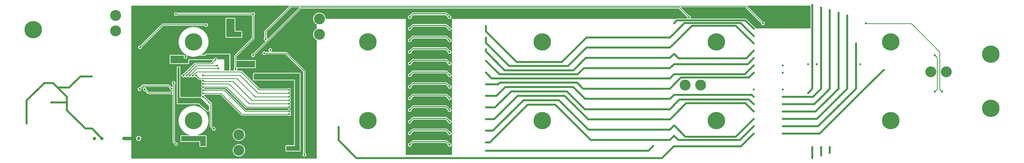
<source format=gbl>
%FSTAX23Y23*%
%MOIN*%
%SFA1B1*%

%IPPOS*%
%ADD13C,0.009843*%
%ADD96C,0.027559*%
%ADD99C,0.013780*%
%ADD100C,0.047244*%
%ADD101C,0.148031*%
%ADD102C,0.236220*%
%ADD103C,0.027559*%
%LNslave-1*%
%LPD*%
G36*
X07567Y0603D02*
X07235Y05698D01*
X07231Y05693*
X0723Y05687*
Y05599*
X07228Y05598*
X07223Y0559*
X07221Y0558*
X07223Y05571*
X07228Y05563*
X07236Y05558*
X07242Y05557*
X07244Y05551*
X07078Y05385*
X07076Y05386*
X07066Y05384*
X07059Y05379*
X07053Y05371*
X07051Y05362*
X07053Y05352*
X07059Y05344*
X07066Y05339*
X07076Y05337*
X07085Y05339*
X07093Y05344*
X07098Y05352*
X071Y05362*
X071Y05364*
X07732Y05996*
X12846*
X12962Y0588*
X12961Y05877*
X12963Y05868*
X12966Y05863*
X12964Y05859*
X12909*
X12818*
X12809Y05857*
X12805Y05854*
X09773*
Y04007*
X09147*
Y05854*
X0806*
X08058Y05856*
X08057Y05872*
X08052Y05888*
X08044Y05903*
X08034Y05916*
X08021Y05926*
X08006Y05934*
X0799Y05938*
X07974Y0594*
X07957Y05938*
X07942Y05934*
X0794Y05933*
X07938Y05932*
X07927Y05926*
X07914Y05916*
X07904Y05903*
X07896Y05888*
X07891Y05872*
X0789Y05856*
X07891Y05839*
X07896Y05824*
X07904Y05809*
X07914Y05796*
X07927Y05786*
X0794Y05778*
Y05723*
X07927Y05716*
X07914Y05705*
X07904Y05692*
X07896Y05678*
X07891Y05662*
X0789Y05646*
X07891Y05629*
X07896Y05613*
X07904Y05599*
X07914Y05586*
X07927Y05575*
X0794Y05568*
Y03956*
X05427*
Y04206*
X05324*
Y04253*
X05427*
Y06035*
X07565*
X07567Y0603*
G37*
G36*
X14633Y06031D02*
Y05854D01*
Y05726*
X13886*
X13885Y05727*
X13884Y05731*
X13879Y05739*
X13766Y05851*
X13759Y05857*
X13757Y05857*
X13749Y05859*
X13008*
X13005Y05863*
X13008Y05868*
X1301Y05877*
X13008Y05887*
X13003Y05895*
X12995Y059*
X12986Y05902*
X12983Y05901*
X12876Y06009*
X12877Y06014*
X13747*
X13899Y05862*
X13964Y05797*
X13963Y05795*
X13965Y05785*
X1397Y05777*
X13978Y05772*
X13988Y0577*
X13997Y05772*
X14005Y05777*
X1401Y05785*
X14012Y05795*
X1401Y05804*
X14005Y05812*
X13997Y05817*
X13988Y05819*
X13985Y05818*
X13947Y05857*
X13775Y06029*
X13777Y06034*
X14629Y06034*
X14633Y06031*
G37*
G36*
X07701Y06009D02*
X07275Y05582D01*
X07269Y05584*
X07268Y0559*
X07263Y05598*
X07261Y05599*
Y05681*
X07594Y06014*
X077*
X07701Y06009*
G37*
%LNslave-2*%
%LPC*%
G36*
X07076Y05947D02*
X07067Y05945D01*
X07059Y0594*
X07058Y05938*
X06048*
X06046Y0594*
X06038Y05945*
X06029Y05947*
X0602Y05945*
X06012Y0594*
X06007Y05932*
X06005Y05923*
X06007Y05913*
X06012Y05905*
X0602Y059*
X06029Y05898*
X06038Y059*
X06046Y05905*
X06048Y05907*
X07058*
X07059Y05905*
X07061Y05904*
Y05596*
X06827Y05362*
X06824Y05358*
X06823Y05352*
Y05191*
X06821Y0519*
X06816Y05182*
X06814Y05173*
X06816Y05163*
X0682Y05158*
X06817Y05153*
X06768*
Y0537*
X06767Y05374*
X06766Y05375*
X06764Y05379*
X06761Y05381*
X06757Y05382*
X06437*
X06433Y05381*
X06429Y05379*
X06427Y05375*
X06426Y05372*
Y05366*
X06398*
X06397Y05366*
X06396Y05366*
X06377*
X06375Y05371*
X06392Y05382*
X06412Y054*
X0643Y0542*
X06444Y05442*
X06456Y05465*
X06464Y0549*
X0647Y05516*
X06472Y05543*
X0647Y05569*
X06464Y05595*
X06456Y0562*
X06444Y05644*
X0643Y05666*
X06412Y05686*
X06392Y05703*
X0637Y05718*
X06347Y0573*
X06322Y05738*
X06296Y05743*
X06269Y05745*
X06243Y05743*
X06217Y05738*
X06192Y0573*
X06168Y05718*
X06146Y05703*
X06126Y05686*
X06109Y05666*
X06094Y05644*
X06082Y0562*
X06074Y05595*
X06069Y05569*
X06067Y05543*
X06069Y05516*
X06074Y0549*
X06082Y05465*
X06094Y05442*
X06109Y0542*
X06126Y054*
X06146Y05382*
X06168Y05368*
X06171Y05366*
X06172Y05365*
X06173Y05362*
Y0536*
X06171Y05356*
X0617Y05354*
X0617Y05353*
Y05352*
Y05352*
Y0535*
Y05349*
X0617Y05348*
Y05348*
X06171Y05346*
X06171Y05345*
X06174Y05341*
X06175Y05336*
X06174Y05331*
X06171Y05326*
X06166Y05323*
X06161Y05322*
X06156Y05324*
X06151Y05326*
X06148Y05331*
X06147Y05336*
X06148Y05341*
X06151Y05345*
X06151Y05346*
X06152Y05348*
Y05348*
X06152Y05349*
Y0535*
Y05352*
Y05352*
Y05353*
X06151Y05354*
X06151Y05356*
X06148Y05361*
X06148Y05362*
X06147Y05363*
X06146Y05363*
X06146Y05364*
X06145Y05364*
X06143Y05365*
X06143*
X06142Y05366*
X06141*
X06139Y05366*
X05954*
X0595Y05365*
X05947Y05363*
X05945Y0536*
X05944Y05356*
Y05253*
X05945Y0525*
X05947Y05246*
X0595Y05244*
X05954Y05243*
X06198*
X06202Y05244*
X06205Y05246*
X06208Y0525*
X06209Y05253*
Y05294*
X0653*
X06532Y0529*
X06501Y05259*
X06291*
X06285Y05258*
X0628Y05254*
X06134Y05108*
X06131Y05109*
X06122Y05107*
X06114Y05101*
X06109Y05094*
X06107Y05084*
X06109Y05075*
X06114Y05067*
X06122Y05062*
X06131Y0506*
X06141Y05062*
X06149Y05067*
X0615Y0507*
X06155*
X06157Y05067*
X06165Y05062*
X06174Y0506*
X06183Y05062*
X06191Y05067*
X06193Y0507*
X06198*
X062Y05067*
X06207Y05062*
X06217Y0506*
X06226Y05062*
X06234Y05067*
X06235Y0507*
X0624*
X06242Y05067*
X0625Y05062*
X06259Y0506*
X06269Y05062*
X06277Y05067*
X06279Y05071*
X06285*
X06288Y05067*
X06296Y05062*
X06305Y0506*
X06307Y05061*
X06334Y05034*
X06339Y05031*
X06345Y05029*
X06371*
X06374Y05024*
X06373Y05017*
X06375Y05008*
X0638Y05*
X06384Y04998*
Y04993*
X0638Y0499*
X06375Y04983*
X06373Y04973*
X06375Y04964*
X0638Y04956*
X06384Y04953*
Y04949*
X0638Y04946*
X06375Y04938*
X06373Y04929*
X06375Y0492*
X0638Y04912*
X06384Y04909*
Y04905*
X0638Y04902*
X06375Y04894*
X06373Y04885*
X06375Y04875*
X0638Y04868*
X06384Y04865*
Y04861*
X0638Y04858*
X06375Y0485*
X06373Y04841*
X06375Y04831*
X0638Y04824*
X06384Y04821*
Y04816*
X0638Y04814*
X06375Y04806*
X06373Y04797*
X06374Y04792*
X06369Y04789*
X06368Y0479*
X06364Y04791*
X0609*
Y05183*
X06091Y05185*
X0609Y05186*
Y05198*
X0609Y05202*
X06087Y05205*
X06084Y05208*
X0608Y05209*
X06068*
X06066Y05209*
X06065Y05209*
X06053*
X06049Y05208*
X06046Y05205*
X06043Y05202*
X06042Y05198*
Y05186*
X06042Y05185*
X06042Y05183*
Y04781*
Y04751*
X06042Y0475*
X06042Y04748*
Y04709*
X06043Y04707*
X06043Y04705*
X06044Y04703*
X06046Y04701*
X06049Y04698*
X06051Y04697*
X06052Y04696*
X06054Y04696*
X06056Y04695*
X06339Y04697*
X06441Y04602*
X06443Y04601*
X06444Y046*
X06445*
X06446Y046*
X06448Y046*
X06474*
X06478Y046*
X06481Y04603*
X06483Y04604*
X06488Y04602*
Y04401*
X06489Y04395*
X06493Y0439*
X06521Y04362*
X0652Y0436*
X06522Y0435*
X06527Y04342*
X06535Y04337*
X06545Y04335*
X06554Y04337*
X06562Y04342*
X06567Y0435*
X06569Y0436*
X06567Y04369*
X06562Y04377*
X06554Y04382*
X06545Y04384*
X06542Y04383*
X06519Y04407*
Y047*
X06518Y04706*
X06514Y04711*
X0642Y04806*
Y04806*
X06414Y04814*
X06411Y04816*
Y04821*
X06414Y04824*
X06416Y04825*
X06634*
X06912Y04548*
X06917Y04544*
X06923Y04543*
X07548*
X07549Y04541*
X07557Y04536*
X07566Y04534*
X07576Y04536*
X07584Y04541*
X07589Y04549*
X07591Y04559*
X07589Y04568*
X07584Y04576*
X07583Y04576*
X07582Y04582*
X07587Y04588*
X07589Y04598*
X07587Y04607*
X07582Y04615*
X07574Y0462*
X07564Y04622*
X07555Y0462*
X07547Y04615*
X07546Y04613*
X06978*
X06695Y04896*
X0669Y04899*
X06685Y049*
X06416*
X06414Y04902*
X06411Y04905*
Y04909*
X06414Y04912*
X06416Y04914*
X06706*
X06974Y04646*
X06979Y04643*
X06985Y04642*
X07544*
X07547Y04637*
X07555Y04631*
X07564Y04629*
X07574Y04631*
X07582Y04637*
X07587Y04644*
X07589Y04653*
X07587Y04663*
X07582Y04671*
X07576Y04674*
Y0468*
X07582Y04684*
X07587Y04692*
X07589Y04701*
X07587Y04711*
X07582Y04718*
X07576Y04722*
Y04728*
X07582Y04731*
X07587Y04739*
X07589Y04749*
X07587Y04758*
X07582Y04766*
X07576Y0477*
Y04775*
X07582Y04779*
X07587Y04787*
X07589Y04796*
X07587Y04805*
X07582Y04813*
X07576Y04817*
Y04823*
X07582Y04826*
X07587Y04834*
X07589Y04844*
X07587Y04853*
X07582Y04861*
X07576Y04864*
Y0487*
X07582Y04874*
X07587Y04882*
X07589Y04891*
X07587Y049*
X07582Y04908*
X07574Y04913*
X07564Y04915*
X07555Y04913*
X07547Y04908*
X07546Y04906*
X07165*
X06924Y05148*
X06919Y05151*
X06913Y05153*
X06859*
X06857Y05158*
X06861Y05163*
X06862Y05173*
X06861Y0518*
X06864Y05185*
X07102*
X07106Y05186*
X07109Y05188*
X07111Y05191*
X07112Y05195*
Y05285*
X07111Y05289*
X07109Y05292*
X07106Y05294*
X07102Y05295*
X06853*
Y05346*
X07087Y05579*
X0709Y05584*
X07092Y0559*
Y05904*
X07094Y05905*
X07099Y05913*
X07101Y05923*
X07099Y05932*
X07094Y0594*
X07086Y05945*
X07076Y05947*
G37*
G36*
X09694Y05942D02*
X09244D01*
X09237Y0594*
X09231Y05937*
X09198Y05904*
X09189Y05902*
X09181Y05897*
X09176Y05889*
X09174Y05879*
X09176Y0587*
X09181Y05862*
X09189Y05857*
X09198Y05855*
X09208Y05857*
X09216Y05862*
X09221Y0587*
X09223Y05879*
X09251Y05907*
X09687*
X09715Y05879*
X09717Y0587*
X09722Y05862*
X0973Y05857*
X0974Y05855*
X09749Y05857*
X09757Y05862*
X09762Y0587*
X09764Y05879*
X09762Y05889*
X09757Y05897*
X09749Y05902*
X0974Y05904*
X09707Y05937*
X09701Y0594*
X09694Y05942*
G37*
G36*
X0644Y05796D02*
X06431Y05794D01*
X0643Y05793*
X05853*
X05848Y05792*
X05843Y05788*
X05546Y05492*
X05544Y05492*
X05535Y0549*
X05527Y05485*
X05522Y05477*
X0552Y05468*
X05522Y05459*
X05527Y05451*
X05535Y05446*
X05544Y05444*
X05553Y05446*
X05561Y05451*
X05566Y05459*
X05568Y05468*
X05568Y0547*
X0586Y05762*
X06418*
Y05762*
X06423Y05754*
X06431Y05749*
X0644Y05747*
X0645Y05749*
X06458Y05754*
X06463Y05762*
X06465Y05771*
X06463Y05781*
X06458Y05788*
X0645Y05794*
X0644Y05796*
G37*
G36*
X09692Y05785D02*
X09244D01*
X09238Y05783*
X09232Y05779*
X09198Y05746*
X09189Y05744*
X09181Y05738*
X09176Y05731*
X09174Y05722*
X09176Y05712*
X09181Y05704*
X09189Y05699*
X09198Y05697*
X09208Y05699*
X09216Y05704*
X09221Y05712*
X09223Y05721*
X09251Y0575*
X09685*
X09715Y0572*
X09717Y05711*
X09722Y05703*
X0973Y05698*
X0974Y05696*
X09749Y05698*
X09757Y05703*
X09762Y05711*
X09764Y0572*
X09762Y05729*
X09757Y05737*
X09749Y05742*
X0974Y05744*
X09705Y05779*
X09699Y05783*
X09692Y05785*
G37*
G36*
X06824Y0587D02*
X06712D01*
X06708Y05869*
X06705Y05867*
X06703Y05864*
X06702Y0586*
Y0561*
X06703Y05606*
X06705Y05603*
X06708Y056*
X06712Y056*
X06919*
X06923Y056*
X06926Y05603*
X06928Y05606*
X06929Y0561*
Y05683*
X06928Y05687*
X06926Y0569*
X06923Y05692*
X06919Y05693*
X06835*
Y0586*
X06834Y05864*
X06831Y05867*
X06828Y05869*
X06824Y0587*
G37*
G36*
X09695Y05625D02*
X09243D01*
X09236Y05624*
X09231Y0562*
X09198Y05588*
X09189Y05586*
X09181Y05581*
X09176Y05573*
X09174Y05563*
X09176Y05554*
X09181Y05546*
X09189Y05541*
X09198Y05539*
X09208Y05541*
X09216Y05546*
X09221Y05554*
X09223Y05563*
X0925Y0559*
X09688*
X09715Y05563*
X09717Y05554*
X09722Y05546*
X0973Y05541*
X0974Y05539*
X09749Y05541*
X09757Y05546*
X09762Y05554*
X09764Y05563*
X09762Y05573*
X09757Y05581*
X09749Y05586*
X0974Y05588*
X09707Y0562*
X09702Y05624*
X09695Y05625*
G37*
G36*
X07311Y05457D02*
X07301Y05455D01*
X07293Y0545*
X07288Y05442*
X07286Y05433*
X07288Y05423*
X07293Y05415*
X07301Y0541*
X07304Y0541*
X07304Y05405*
X07244*
X07243Y05407*
X07235Y05412*
X07226Y05414*
X07216Y05412*
X07209Y05407*
X07203Y05399*
X07201Y05389*
X07203Y0538*
X07209Y05372*
X07216Y05367*
X07226Y05365*
X07235Y05367*
X07243Y05372*
X07244Y05374*
X07517*
X07756Y05135*
Y04025*
X07754Y04024*
X07749Y04016*
X07747Y04006*
X07749Y03997*
X07754Y03989*
X07762Y03984*
X07771Y03982*
X07781Y03984*
X07788Y03989*
X07794Y03997*
X07796Y04006*
X07794Y04016*
X07788Y04024*
X07787Y04025*
Y05141*
X07785Y05147*
X07782Y05152*
X07534Y054*
X07529Y05403*
X07523Y05405*
X07317*
X07317Y0541*
X0732Y0541*
X07328Y05415*
X07333Y05423*
X07335Y05433*
X07333Y05442*
X07328Y0545*
X0732Y05455*
X07311Y05457*
G37*
G36*
X09695Y05468D02*
X09243D01*
X09237Y05466*
X09231Y05462*
X09198Y0543*
X09189Y05428*
X09181Y05423*
X09176Y05415*
X09174Y05405*
X09176Y05396*
X09181Y05388*
X09189Y05383*
X09198Y05381*
X09208Y05383*
X09216Y05388*
X09221Y05396*
X09223Y05405*
X0925Y05433*
X09688*
X09715Y05405*
X09717Y05396*
X09722Y05388*
X0973Y05383*
X0974Y05381*
X09749Y05383*
X09757Y05388*
X09762Y05396*
X09764Y05405*
X09762Y05415*
X09757Y05423*
X09749Y05428*
X0974Y05429*
X09707Y05462*
X09701Y05466*
X09695Y05468*
G37*
G36*
X09694Y0531D02*
X09244D01*
X09237Y05309*
X09231Y05305*
X09198Y05272*
X09189Y0527*
X09181Y05264*
X09176Y05257*
X09174Y05248*
X09176Y05238*
X09181Y0523*
X09189Y05225*
X09198Y05223*
X09208Y05225*
X09216Y0523*
X09221Y05238*
X09223Y05247*
X09251Y05275*
X09687*
X09715Y05247*
X09717Y05238*
X09722Y0523*
X0973Y05225*
X0974Y05223*
X09749Y05225*
X09757Y0523*
X09762Y05238*
X09764Y05248*
X09762Y05257*
X09757Y05264*
X09749Y0527*
X0974Y05272*
X09707Y05305*
X09701Y05309*
X09694Y0531*
G37*
G36*
X09696Y05151D02*
X09242D01*
X09236Y05149*
X0923Y05146*
X09198Y05114*
X09189Y05112*
X09181Y05107*
X09176Y05099*
X09174Y05089*
X09176Y0508*
X09181Y05072*
X09189Y05067*
X09198Y05065*
X09208Y05067*
X09216Y05072*
X09221Y0508*
X09223Y05089*
X0925Y05116*
X09688*
X09715Y05089*
X09717Y0508*
X09722Y05072*
X0973Y05067*
X0974Y05065*
X09749Y05067*
X09757Y05072*
X09762Y0508*
X09764Y05089*
X09762Y05099*
X09757Y05107*
X09749Y05112*
X0974Y05114*
X09708Y05146*
X09702Y05149*
X09696Y05151*
G37*
G36*
X06Y0501D02*
X0599Y05008D01*
X05982Y05003*
X05977Y04995*
X05975Y04986*
X05977Y04976*
X05982Y04968*
X05984Y04967*
Y04931*
X0598Y04929*
X05979Y04929*
X0597Y04931*
X05968Y04931*
X05941Y04957*
X05937Y04961*
X05931Y04962*
X05582*
X05576Y04961*
X05572Y04957*
X05537Y04923*
X05535Y04924*
X05525Y04922*
X05518Y04916*
X05512Y04909*
X05511Y04899*
X05512Y0489*
X05518Y04882*
X05525Y04877*
X05535Y04875*
X05544Y04877*
X05552Y04882*
X05557Y0489*
X05559Y04899*
X05559Y04901*
X05588Y04931*
X05924*
X05946Y04909*
X05946Y04907*
X05948Y04898*
X05953Y0489*
X05961Y04885*
X0597Y04883*
X05979Y04885*
X0598Y04885*
X05984Y04883*
Y04872*
X0598Y0487*
X05979Y0487*
X0597Y04872*
X05961Y0487*
X05953Y04865*
X05951Y04863*
X05664*
X05631Y04897*
X05631Y04899*
X05629Y04909*
X05624Y04916*
X05616Y04922*
X05607Y04924*
X05598Y04922*
X0559Y04916*
X05585Y04909*
X05583Y04899*
X05585Y0489*
X0559Y04882*
X05598Y04877*
X05607Y04875*
X05609Y04875*
X05648Y04837*
X05652Y04834*
X05658Y04833*
X05951*
X05953Y04831*
X05961Y04825*
X0597Y04824*
X05979Y04825*
X0598Y04826*
X05984Y04824*
Y04187*
X05985Y04181*
X05989Y04176*
X06009Y04155*
X06009Y04153*
X06011Y04144*
X06016Y04136*
X06024Y04131*
X06033Y04129*
X06042Y04131*
X0605Y04136*
X06055Y04144*
X06057Y04153*
X06055Y04162*
X0605Y0417*
X06042Y04175*
X06033Y04177*
X06031Y04177*
X06015Y04193*
Y04967*
X06017Y04968*
X06022Y04976*
X06024Y04986*
X06022Y04995*
X06017Y05003*
X06009Y05008*
X06Y0501*
G37*
G36*
X09695Y04993D02*
X09243D01*
X09236Y04992*
X09231Y04988*
X09198Y04955*
X09189Y04954*
X09181Y04948*
X09176Y0494*
X09174Y04931*
X09176Y04922*
X09181Y04914*
X09189Y04909*
X09198Y04907*
X09208Y04909*
X09216Y04914*
X09221Y04922*
X09223Y04931*
X0925Y04959*
X09688*
X09715Y04931*
X09717Y04922*
X09722Y04914*
X0973Y04909*
X0974Y04907*
X09749Y04909*
X09757Y04914*
X09762Y04922*
X09764Y04931*
X09762Y0494*
X09757Y04948*
X09749Y04954*
X0974Y04955*
X09707Y04988*
X09702Y04992*
X09695Y04993*
G37*
G36*
X09695Y04836D02*
X09243D01*
X09237Y04834*
X09231Y04831*
X09198Y04798*
X09189Y04796*
X09181Y0479*
X09176Y04783*
X09174Y04774*
X09176Y04764*
X09181Y04756*
X09189Y04751*
X09198Y04749*
X09208Y04751*
X09216Y04756*
X09221Y04764*
X09223Y04773*
X09251Y04801*
X09687*
X09715Y04773*
X09717Y04764*
X09722Y04756*
X0973Y04751*
X0974Y04749*
X09749Y04751*
X09757Y04756*
X09762Y04764*
X09764Y04774*
X09762Y04783*
X09757Y0479*
X09749Y04796*
X0974Y04798*
X09707Y04831*
X09701Y04834*
X09695Y04836*
G37*
G36*
X09694Y04678D02*
X09244D01*
X09237Y04677*
X09232Y04673*
X09198Y0464*
X09189Y04638*
X09181Y04633*
X09176Y04625*
X09174Y04615*
X09176Y04606*
X09181Y04598*
X09189Y04593*
X09198Y04591*
X09208Y04593*
X09216Y04598*
X09221Y04606*
X09223Y04615*
X09251Y04644*
X09687*
X09715Y04615*
X09717Y04606*
X09722Y04598*
X0973Y04593*
X0974Y04591*
X09749Y04593*
X09757Y04598*
X09762Y04606*
X09764Y04615*
X09762Y04625*
X09757Y04633*
X09749Y04638*
X0974Y0464*
X09706Y04673*
X09701Y04677*
X09694Y04678*
G37*
G36*
X09695Y04521D02*
X09244D01*
X09238Y04519*
X09232Y04516*
X09198Y04481*
X09189Y0448*
X09181Y04474*
X09176Y04466*
X09174Y04457*
X09176Y04448*
X09181Y0444*
X09189Y04435*
X09198Y04433*
X09208Y04435*
X09216Y0444*
X09221Y04448*
X09223Y04457*
X09251Y04486*
X09687*
X09715Y04457*
X09717Y04448*
X09722Y0444*
X0973Y04435*
X0974Y04433*
X09749Y04435*
X09757Y0444*
X09762Y04448*
X09764Y04457*
X09762Y04466*
X09757Y04474*
X09749Y0448*
X0974Y04481*
X09709Y04512*
X09707Y04516*
X09701Y04519*
X09695Y04521*
G37*
G36*
Y04361D02*
X09243D01*
X09237Y0436*
X09231Y04356*
X09198Y04324*
X09189Y04322*
X09181Y04316*
X09176Y04309*
X09174Y04299*
X09176Y0429*
X09181Y04282*
X09189Y04277*
X09198Y04275*
X09208Y04277*
X09216Y04282*
X09221Y0429*
X09223Y04299*
X0925Y04327*
X09688*
X09715Y04299*
X09717Y0429*
X09722Y04282*
X0973Y04277*
X0974Y04275*
X09749Y04277*
X09757Y04282*
X09762Y0429*
X09764Y04299*
X09762Y04309*
X09757Y04316*
X09749Y04322*
X0974Y04324*
X09707Y04356*
X09701Y0436*
X09695Y04361*
G37*
G36*
X05525Y04264D02*
X05516Y04262D01*
X05508Y04259*
X05501Y04254*
X05496Y04247*
X05492Y04238*
X05491Y0423*
X05492Y04221*
X05496Y04213*
X05501Y04206*
X05508Y042*
X05516Y04197*
X05525Y04196*
X05534Y04197*
X05542Y042*
X05549Y04206*
X05555Y04213*
X05558Y04221*
X05559Y0423*
X05558Y04238*
X05555Y04247*
X05549Y04254*
X05542Y04259*
X05534Y04262*
X05525Y04264*
G37*
G36*
X06883Y04363D02*
X06867Y04361D01*
X06851Y04357*
X06837Y04349*
X06824Y04338*
X06813Y04325*
X06805Y04311*
X06801Y04295*
X06799Y04279*
X06801Y04262*
X06805Y04246*
X06813Y04232*
X06824Y04219*
X06837Y04209*
X06851Y04201*
X06867Y04196*
X06883Y04194*
X069Y04196*
X06916Y04201*
X0693Y04209*
X06943Y04219*
X06953Y04232*
X06961Y04246*
X06966Y04262*
X06968Y04279*
X06966Y04295*
X06961Y04311*
X06953Y04325*
X06943Y04338*
X0693Y04349*
X06916Y04357*
X069Y04361*
X06883Y04363*
G37*
G36*
X09694Y04204D02*
X09244D01*
X09237Y04202*
X09231Y04199*
X09198Y04166*
X09189Y04164*
X09181Y04159*
X09176Y04151*
X09174Y04141*
X09176Y04132*
X09181Y04124*
X09189Y04119*
X09198Y04117*
X09208Y04119*
X09216Y04124*
X09221Y04132*
X09223Y04141*
X09251Y04169*
X09687*
X09715Y04141*
X09717Y04132*
X09722Y04124*
X0973Y04119*
X0974Y04117*
X09749Y04119*
X09757Y04124*
X09762Y04132*
X09764Y04141*
X09762Y04151*
X09757Y04159*
X09749Y04164*
X0974Y04166*
X09707Y04199*
X09701Y04202*
X09694Y04204*
G37*
G36*
X06269Y04674D02*
X06243Y04672D01*
X06217Y04667*
X06192Y04659*
X06168Y04647*
X06146Y04633*
X06126Y04615*
X06109Y04595*
X06094Y04573*
X06082Y0455*
X06074Y04524*
X06069Y04498*
X06067Y04472*
X06069Y04446*
X06074Y0442*
X06082Y04394*
X06094Y04371*
X06109Y04349*
X06126Y04329*
X06146Y04311*
X06168Y04297*
X06192Y04285*
X06217Y04277*
X06217*
X06217Y04272*
X06102*
X06098Y04271*
X06095Y04268*
X06092Y04265*
X06092Y04261*
Y04192*
X06092Y04188*
X06095Y04185*
X06098Y04183*
X06102Y04182*
X06348*
Y04125*
X06348Y04121*
X06351Y04117*
X06354Y04115*
X06358Y04114*
X06437*
X0644Y04115*
X06444Y04117*
X06446Y04121*
X06447Y04125*
Y04259*
X06446Y04263*
X06445Y04265*
X06443Y04268*
X0644Y04271*
X06436Y04272*
X06322*
X06321Y04277*
X06322*
X06347Y04285*
X0637Y04297*
X06392Y04311*
X06412Y04329*
X0643Y04349*
X06444Y04371*
X06456Y04394*
X06464Y0442*
X0647Y04446*
X06472Y04472*
X0647Y04498*
X06464Y04524*
X06456Y0455*
X06444Y04573*
X0643Y04595*
X06412Y04615*
X06392Y04633*
X0637Y04647*
X06347Y04659*
X06322Y04667*
X06296Y04672*
X06269Y04674*
G37*
G36*
X07708Y05122D02*
X07086D01*
X07082Y05121*
X07079Y05119*
X07077Y05115*
X07076Y05111*
Y05029*
X07077Y05025*
X07079Y05022*
X07082Y0502*
X07086Y05019*
X07633*
Y04138*
X07525*
X07521Y04137*
X07518Y04135*
X07516Y04131*
X07515Y04127*
Y04062*
X07516Y04059*
X07518Y04055*
X07521Y04053*
X07525Y04052*
X07675*
X07708*
X07712Y04053*
X07715Y04055*
X07718Y04059*
X07718Y04062*
Y04124*
Y05111*
X07718Y05115*
X07715Y05119*
X07712Y05121*
X07708Y05122*
G37*
G36*
X06883Y04153D02*
X06867Y04151D01*
X06851Y04146*
X06837Y04138*
X06824Y04128*
X06813Y04115*
X06805Y04101*
X06801Y04085*
X06799Y04068*
X06801Y04052*
X06805Y04036*
X06813Y04022*
X06824Y04009*
X06837Y03998*
X06851Y0399*
X06867Y03986*
X06883Y03984*
X069Y03986*
X06916Y0399*
X0693Y03998*
X06943Y04009*
X06953Y04022*
X06961Y04036*
X06966Y04052*
X06968Y04068*
X06966Y04085*
X06961Y04101*
X06953Y04115*
X06943Y04128*
X0693Y04138*
X06916Y04146*
X069Y04151*
X06883Y04153*
G37*
%LNslave-3*%
%LPD*%
G36*
X06757Y0537D02*
Y05153D01*
X06685*
Y05305*
X06593*
X06591Y05314*
X06586Y05322*
X06578Y05327*
X06569Y05329*
X06559Y05327*
X06551Y05322*
X06546Y05314*
X06544Y05305*
X06198*
Y05253*
X05954*
Y05356*
X06139*
X06142Y05351*
X06138Y05346*
X06137Y05336*
X06138Y05327*
X06144Y05319*
X06151Y05314*
X06161Y05312*
X0617Y05314*
X06178Y05319*
X06183Y05327*
X06185Y05336*
X06183Y05346*
X0618Y05351*
X06183Y05356*
X06192*
X06217Y05348*
X06243Y05342*
X06269Y0534*
X06296Y05342*
X06322Y05348*
X06346Y05356*
X06437*
Y05372*
X06757*
X06757Y0537*
G37*
G36*
X07102Y05195D02*
X06853D01*
Y05285*
X07102*
Y05195*
G37*
G36*
X0608Y04781D02*
X06364D01*
X06478Y04667*
Y04613*
X06474Y0461*
X06448*
X06343Y04707*
X06056Y04705*
X06053Y04709*
Y04781*
Y05198*
X0608*
Y04781*
G37*
G36*
X06824Y05683D02*
X06919D01*
Y0561*
X06712*
Y0586*
X06824*
Y05683*
G37*
G36*
X06437Y04259D02*
Y04125D01*
X06358*
Y04192*
X06102*
Y04261*
X06436*
X06437Y04259*
G37*
G36*
X07708Y04124D02*
D01*
Y04062*
X07675*
X07525*
Y04127*
X07643*
Y05029*
X07086*
Y05111*
X07708*
Y04124*
G37*
G54D13*
X05658Y04848D02*
X0597D01*
X05607Y04899D02*
X05658Y04848D01*
X16383Y04899D02*
Y05407D01*
X15998Y05793D02*
X16383Y05407D01*
X15383Y05793D02*
X15998D01*
X16317Y05361D02*
X1635Y05328D01*
Y04899D02*
Y05328D01*
X16317Y04866D02*
X1635Y04899D01*
X06685Y04885D02*
X06972Y04598D01*
X07564*
X07771Y04006D02*
Y05141D01*
X06985Y04657D02*
X07564D01*
X06712Y04929D02*
X06985Y04657D01*
X07523Y05389D02*
X07771Y05141D01*
X07022Y04701D02*
X07564D01*
X0675Y04973D02*
X07022Y04701D01*
X05853Y05778D02*
X06434D01*
X05544Y05468D02*
X05853Y05778D01*
X07076Y0559D02*
Y05923D01*
X06838Y05352D02*
X07076Y0559D01*
X07587Y06029D02*
X13753D01*
X07246Y05687D02*
X07587Y06029D01*
X13753D02*
X13988Y05795D01*
X16383Y04899D02*
X16417Y04866D01*
X12852Y06011D02*
X12986Y05877D01*
X07725Y06011D02*
X12852D01*
X07059Y04749D02*
X07564D01*
X06803Y05005D02*
X07059Y04749D01*
X07103Y04796D02*
X07564D01*
X06855Y05045D02*
X07103Y04796D01*
X06345Y05045D02*
X06855D01*
X06397Y04973D02*
X0675D01*
X06901Y05084D02*
X07142Y04844D01*
X07564*
X0664Y04841D02*
X06923Y04559D01*
X07566*
X07246Y0558D02*
Y05687D01*
X07076Y05362D02*
X07725Y06011D01*
X06838Y05173D02*
Y05352D01*
X06508Y05244D02*
X06569Y05305D01*
X06291Y05244D02*
X06508D01*
X06308Y05218D02*
X0659D01*
X06174Y05084D02*
X06308Y05218D01*
X06312Y05137D02*
X06913D01*
X06315Y05183D02*
X06606D01*
X06397Y05084D02*
X06901D01*
X06217D02*
X06315Y05183D01*
X06131Y05084D02*
X06291Y05244D01*
X06407Y04797D02*
X06503Y047D01*
Y04401D02*
Y047D01*
Y04401D02*
X06545Y0436D01*
X15381Y05795D02*
X15383Y05793D01*
X06434Y05778D02*
X0644Y05771D01*
X07226Y05389D02*
X07523D01*
X06397Y04841D02*
X0664D01*
X06409Y05005D02*
X06803D01*
X07159Y04891D02*
X07564D01*
X06913Y05137D02*
X07159Y04891D01*
X06259Y05084D02*
X06312Y05137D01*
X06397Y04885D02*
X06685D01*
X06397Y04929D02*
X06712D01*
X06397Y04797D02*
X06407D01*
X06397Y05017D02*
X06409Y05005D01*
X06029Y05923D02*
X07076D01*
X06305Y05084D02*
X06345Y05045D01*
X06Y04187D02*
X06033Y04153D01*
X06Y04187D02*
Y04986D01*
X05931Y04946D02*
X0597Y04907D01*
X05582Y04946D02*
X05931D01*
X05535Y04899D02*
X05582Y04946D01*
G54D96*
X04551Y04613D02*
X04801Y04364D01*
X04551Y04613D02*
Y0472D01*
Y04796*
X0434Y0472D02*
X04551D01*
X04425Y04922D02*
X04551Y04796D01*
X04734Y05072D02*
X04889D01*
X04583Y04922D02*
X04734Y05072D01*
X04425Y04922D02*
X04583D01*
X04891Y04364D02*
X05025Y0423D01*
X04801Y04364D02*
X04891D01*
X04366Y04982D02*
X04425Y04922D01*
X04244Y04982D02*
X04366D01*
X11417Y04929D02*
X11576Y04769D01*
X10496Y04929D02*
X11417D01*
X10376Y04809D02*
X10496Y04929D01*
X10419Y04988D02*
X11469D01*
X10398Y04967D02*
X10419Y04988D01*
X10232Y04967D02*
X10398D01*
X08234Y04205D02*
Y04387D01*
X14893Y04905D02*
Y05974D01*
X14834Y04846D02*
X14893Y04905D01*
X04005Y04744D02*
X04244Y04982D01*
X04005Y04431D02*
Y04744D01*
X08477Y03962D02*
X12618D01*
X08234Y04205D02*
X08477Y03962D01*
X15188Y04846D02*
X1525Y04907D01*
Y05523*
X12436Y04062D02*
X12498Y04125D01*
X10232Y04062D02*
X12436D01*
X12726Y0421D02*
X12781Y04265D01*
X11651Y0421D02*
X12726D01*
X11171Y0469D02*
X11651Y0421D01*
X10799Y0469D02*
X11171D01*
X10285Y04177D02*
X10799Y0469D01*
X10232Y04177D02*
X10285D01*
X12727Y0435D02*
X12781Y04404D01*
X11622Y0435D02*
X12727D01*
X11222Y0475D02*
X11622Y0435D01*
X10742Y0475D02*
X11222D01*
X10327Y04335D02*
X10742Y0475D01*
X10232Y04335D02*
X10327D01*
X12728Y0449D02*
X12781Y04543D01*
X1162Y0449D02*
X12728D01*
X113Y04809D02*
X1162Y0449D01*
X10663Y04809D02*
X113D01*
X10347Y04493D02*
X10663Y04809D01*
X10232Y04493D02*
X10347D01*
X12726Y04627D02*
X12781Y04683D01*
X11572Y04627D02*
X12726D01*
X1133Y0487D02*
X11572Y04627D01*
X10574Y0487D02*
X1133D01*
X10355Y04651D02*
X10574Y0487D01*
X10232Y04651D02*
X10355D01*
X12726Y04907D02*
X12781Y04962D01*
X1155Y04907D02*
X12726D01*
X11469Y04988D02*
X1155Y04907D01*
X12728Y04769D02*
X12781Y04822D01*
X11576Y04769D02*
X12728D01*
X10232Y04809D02*
X10376D01*
X12726Y05047D02*
X12781Y05102D01*
X1031Y05047D02*
X12726D01*
X10232Y05125D02*
X1031Y05047D01*
X12727Y05187D02*
X12781Y0524D01*
X11559Y05187D02*
X12727D01*
X11474Y05102D02*
X11559Y05187D01*
X10417Y05102D02*
X11474D01*
X10236Y05283D02*
X10417Y05102D01*
X10232Y05283D02*
X10236D01*
X12726Y05324D02*
X12781Y05379D01*
X11586Y05324D02*
X12726D01*
X11419Y05157D02*
X11586Y05324D01*
X10486Y05157D02*
X11419D01*
X10232Y05411D02*
X10486Y05157D01*
X10232Y05411D02*
Y05441D01*
X12727Y05464D02*
X12781Y05518D01*
X11596Y05464D02*
X12727D01*
X11346Y05214D02*
X11596Y05464D01*
X10547Y05214D02*
X11346D01*
X10232Y05529D02*
X10547Y05214D01*
X10232Y05529D02*
Y05599D01*
X12726Y05602D02*
X12781Y05657D01*
X11596Y05602D02*
X12726D01*
X11263Y05269D02*
X11596Y05602D01*
X10649Y05269D02*
X11263D01*
X10232Y05687D02*
X10649Y05269D01*
X10232Y05687D02*
Y05757D01*
X12781Y05797D02*
X12818Y05834D01*
X12778Y04122D02*
X12781D01*
X12618Y03962D02*
X12778Y04122D01*
X12781D02*
X1369D01*
X12781Y04265D02*
X12838Y04208D01*
X12781Y04404D02*
X12784D01*
X12937Y04251*
X12781Y04543D02*
X12943Y04705D01*
Y04708*
X12781Y04683D02*
Y04686D01*
X12855Y04759*
X13828Y04822D02*
X13831Y04825D01*
X12781Y04822D02*
X13828D01*
X12781Y04962D02*
Y04965D01*
X12874Y05059*
X12781Y05102D02*
X13742D01*
X12781Y0524D02*
X13781D01*
X12781Y05379D02*
X12784D01*
X12843Y0532*
X12781Y05518D02*
X13026Y05763D01*
X13078*
X12781Y05657D02*
X12923Y05799D01*
X12996*
X12818Y05834D02*
X12909D01*
X13078Y05763D02*
X1362D01*
X12909Y05834D02*
X13749D01*
X13862Y05722*
X1362Y05763D02*
X13862Y05522D01*
X14775Y03998D02*
Y04112D01*
X14657Y03962D02*
Y04112D01*
X14893Y04033D02*
Y04112D01*
X1369Y04122D02*
X13862Y04295D01*
X13675Y04208D02*
X13862Y04395D01*
X12838Y04208D02*
X13675D01*
X12937Y04251D02*
X13618D01*
X13862Y04495*
X13748Y04708D02*
X13862Y04595D01*
X12943Y04708D02*
X13748D01*
X13797Y04759D02*
X13862Y04695D01*
X12855Y04759D02*
X13797D01*
X13831Y04825D02*
X13862Y04795D01*
X13799Y05059D02*
X13862Y05122D01*
X12874Y05059D02*
X13799D01*
X13742Y05102D02*
X13862Y05222D01*
X13781Y0524D02*
X13862Y05322D01*
X12843Y0532D02*
X13761D01*
X13862Y05422*
X13685Y05799D02*
X13862Y05622D01*
X12996Y05799D02*
X13685D01*
X15307Y04846D02*
X15624Y05163D01*
X14598Y04846D02*
X14657Y04905D01*
X1507Y04846D02*
X15129Y04905D01*
Y05903*
X14952Y04846D02*
X15011Y04905D01*
Y05938*
X14716Y04846D02*
X14775Y04905D01*
Y06009*
X14657Y04905D02*
Y06045D01*
X14255Y04294D02*
X14755D01*
X14255Y04394D02*
X14737D01*
X14718Y04494D02*
X1507Y04846D01*
X14255Y04494D02*
X14718D01*
X147Y04594D02*
X14952Y04846D01*
X14255Y04594D02*
X147D01*
X14682Y04694D02*
X14834Y04846D01*
X14255Y04694D02*
X14682D01*
X14664Y04794D02*
X14716Y04846D01*
X14255Y04794D02*
X14664D01*
X14737Y04394D02*
X15188Y04846D01*
X14755Y04294D02*
X15307Y04846D01*
G54D99*
X09244Y04187D02*
X09694D01*
X09198Y04141D02*
X09244Y04187D01*
X09694D02*
X0974Y04141D01*
X09695Y04344D02*
X0974Y04299D01*
X09243Y04344D02*
X09695D01*
X09198Y04299D02*
X09243Y04344D01*
X09695Y04502D02*
X0974Y04457D01*
X09695Y04502D02*
Y04503D01*
X09244D02*
X09695D01*
X09198Y04457D02*
X09244Y04503D01*
X09694Y04661D02*
X0974Y04615D01*
X09244Y04661D02*
X09694D01*
X09198Y04615D02*
X09244Y04661D01*
X09695Y04818D02*
X0974Y04774D01*
X09243Y04818D02*
X09695D01*
X09198Y04774D02*
X09243Y04818D01*
X09695Y04976D02*
X0974Y04931D01*
X09243Y04976D02*
X09695D01*
X09198Y04931D02*
X09243Y04976D01*
X09696Y05133D02*
X0974Y05089D01*
X09242Y05133D02*
X09696D01*
X09198Y05089D02*
X09242Y05133D01*
X09694Y05293D02*
X0974Y05248D01*
X09244Y05293D02*
X09694D01*
X09198Y05248D02*
X09244Y05293D01*
X09695Y0545D02*
X0974Y05405D01*
X09243Y0545D02*
X09695D01*
X09198Y05405D02*
X09243Y0545D01*
X09695Y05608D02*
X0974Y05563D01*
X09243Y05608D02*
X09695D01*
X09198Y05563D02*
X09243Y05608D01*
X09692Y05767D02*
X0974Y0572D01*
X09244Y05767D02*
X09692D01*
X09198Y05722D02*
X09244Y05767D01*
X09694Y05925D02*
X0974Y05879D01*
X09244Y05925D02*
X09694D01*
X09198Y05879D02*
X09244Y05925D01*
G54D100*
X05525Y0423D03*
X05325D03*
X05025D03*
X04925D03*
G54D101*
X13141Y04956D03*
X12931D03*
X06883Y04068D03*
Y04279D03*
X16262Y05137D03*
X16472D03*
X05212Y05903D03*
Y05693D03*
X07974Y05646D03*
Y05856D03*
G54D102*
X13356Y04472D03*
X15718D03*
X17076Y05375D03*
X15718Y05543D03*
X13356D03*
X10994D03*
X08631D03*
X06269D03*
X04094Y05708D03*
X06269Y04472D03*
X08631D03*
X10994D03*
X17076Y04639D03*
G54D103*
X04551Y0472D03*
X04889Y05072D03*
X04425Y04922D03*
X0434Y0472D03*
X14257Y05849D03*
X08234Y04387D03*
X06856Y05842D03*
X06146Y04905D03*
X05607Y04899D03*
X05962Y04572D03*
X05793Y05549D03*
X07564Y04598D03*
X06582Y04559D03*
X05447Y04797D03*
X04244Y04982D03*
X05505Y04562D03*
X05454Y05073D03*
X05525Y04017D03*
X05486D03*
X05567D03*
X05486Y04057D03*
X05525D03*
X05567D03*
X07885Y05057D03*
Y05099D03*
Y05138D03*
X07771Y04006D03*
X07564Y04653D03*
X07846Y05057D03*
Y05138D03*
Y05099D03*
X1525Y05523D03*
X06307Y0493D03*
X0619Y04818D03*
X07214Y04956D03*
X07277Y05509D03*
X07128Y05549D03*
X06946Y05552D03*
X07015Y05738D03*
X05917Y04876D03*
X07553Y05937D03*
X07446Y0439D03*
X16317Y05361D03*
Y04866D03*
X13125Y05877D03*
X12889D03*
X12986D03*
X06161Y05336D03*
X07425Y04627D03*
X05946Y0398D03*
Y04142D03*
X07468Y05258D03*
X0736Y04933D03*
X05468Y05466D03*
X07564Y04749D03*
Y04796D03*
X07566Y04559D03*
X07446Y04496D03*
X05445Y04923D03*
X06887Y05647D03*
X06767Y05818D03*
X07246Y0558D03*
X05544Y05468D03*
X06874Y05251D03*
X07068Y05226D03*
X06569Y05305D03*
X0659Y05218D03*
X06606Y05183D03*
X05984Y05284D03*
X06397Y05342D03*
X06838Y05173D03*
X06789D03*
X07076Y05362D03*
X06726Y05173D03*
X06453Y04635D03*
X06066Y05185D03*
Y0475D03*
X13988Y05795D03*
X15381D03*
X16417Y04866D03*
X0644Y05771D03*
X07311Y05433D03*
X07226Y05389D03*
X06401Y04175D03*
X06144Y0423D03*
X07572Y04095D03*
X07679Y0496D03*
X07362Y05072D03*
X07143Y05081D03*
X12498Y04125D03*
X10232Y04062D03*
Y04177D03*
Y04335D03*
Y04493D03*
Y04651D03*
Y04809D03*
Y04967D03*
Y05125D03*
Y05283D03*
Y05441D03*
Y05599D03*
Y05757D03*
X0974Y04141D03*
Y04299D03*
Y04457D03*
Y04615D03*
Y04774D03*
Y04931D03*
Y05089D03*
Y05248D03*
Y05405D03*
Y05563D03*
Y0572D03*
Y05879D03*
X09602D03*
Y04141D03*
Y04299D03*
Y04457D03*
Y04615D03*
Y04774D03*
Y04931D03*
Y05089D03*
Y05248D03*
Y05405D03*
Y05563D03*
Y05722D03*
X09198Y04141D03*
Y04299D03*
Y04457D03*
Y04615D03*
Y04774D03*
Y04931D03*
Y05089D03*
Y05248D03*
Y05405D03*
Y05563D03*
Y05722D03*
Y05879D03*
X04005Y04431D03*
X07564Y04701D03*
X06397Y05017D03*
Y04929D03*
Y04841D03*
Y04885D03*
Y04973D03*
Y04797D03*
X06545Y0436D03*
X07076Y05923D03*
X06029D03*
X06217Y05084D03*
X06259D03*
X06174D03*
X06033Y04153D03*
X06Y04986D03*
X06131Y05084D03*
X07564Y04844D03*
Y04891D03*
X06397Y05084D03*
X06305D03*
X0597Y04848D03*
Y04907D03*
X05535Y04899D03*
X14775Y03998D03*
X14657Y03962D03*
X12781Y04122D03*
Y04265D03*
Y04404D03*
Y04543D03*
Y04683D03*
Y04822D03*
Y04962D03*
Y05102D03*
Y0524D03*
Y05379D03*
Y05518D03*
Y05657D03*
Y05797D03*
X15624Y05163D03*
X13862Y05622D03*
Y05522D03*
Y05422D03*
Y05322D03*
Y05222D03*
Y05122D03*
Y04795D03*
Y04695D03*
Y04595D03*
Y04495D03*
Y04395D03*
Y04295D03*
Y05722D03*
Y04895D03*
X14255Y04894D03*
X15129Y05903D03*
X15011Y05938D03*
X14893Y05974D03*
X14775Y06009D03*
X14657Y06045D03*
X14598Y04846D03*
X14716D03*
X14893Y04112D03*
X14775D03*
X14657D03*
X14893Y04033D03*
X14952Y04846D03*
X14834D03*
X14255Y04294D03*
Y04394D03*
Y04494D03*
Y04594D03*
Y04694D03*
Y04794D03*
Y05121D03*
Y05221D03*
X15307Y04846D03*
X15188D03*
X1507D03*
X15307Y05238D03*
X14716D03*
X14598D03*
M02*
</source>
